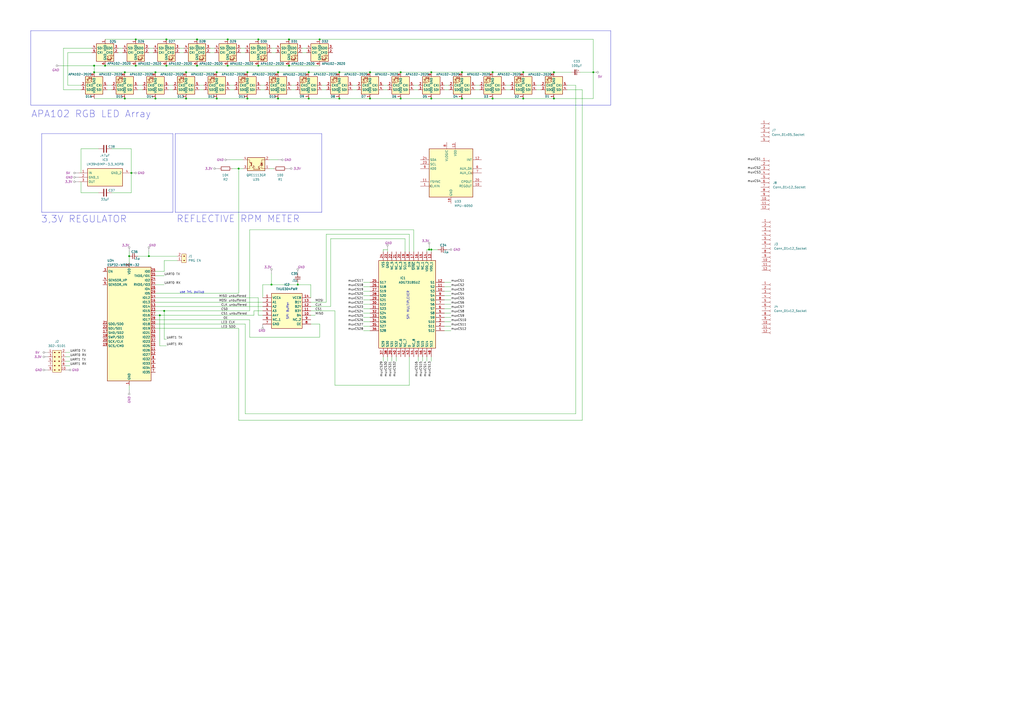
<source format=kicad_sch>
(kicad_sch (version 20230121) (generator eeschema)
  (paper "A2")
  (title_block (title "Rotor Platine") (date "2023-07-15"))
  (lib_symbols
    (symbol "ADG731BSUZ:ADG731BSUZ"
      (property "Reference" "IC" (at 39.37 15.24 0))
      (property "Value" "ADG731BSUZ" (at 39.37 12.7 0))
      (symbol "ADG731BSUZ_1_1"
        (pin passive line (at 0 0 0) (length 5.08) (name "S12") (number "1"))
        (pin passive line (at 0 -22.86 0) (length 5.08) (name "S3") (number "10"))
        (pin passive line (at 0 -25.4 0) (length 5.08) (name "S2") (number "11"))
        (pin passive line (at 0 -27.94 0) (length 5.08) (name "S1") (number "12"))
        (pin passive line (at 7.62 -45.72 90) (length 5.08) (name "VDD_1") (number "13"))
        (pin passive line (at 10.16 -45.72 90) (length 5.08) (name "VDD_2") (number "14"))
        (pin passive line (at 12.7 -45.72 90) (length 5.08) (name "NC_1") (number "15"))
        (pin passive line (at 15.24 -45.72 90) (length 5.08) (name "NC_2") (number "16"))
        (pin passive line (at 17.78 -45.72 90) (length 5.08) (name "~{SYNC}") (number "17"))
        (pin passive line (at 20.32 -45.72 90) (length 5.08) (name "DIN") (number "18"))
        (pin passive line (at 22.86 -45.72 90) (length 5.08) (name "SCLK") (number "19"))
        (pin passive line (at 0 -2.54 0) (length 5.08) (name "S11") (number "2"))
        (pin passive line (at 25.4 -45.72 90) (length 5.08) (name "NC_3") (number "20"))
        (pin passive line (at 27.94 -45.72 90) (length 5.08) (name "NC_4") (number "21"))
        (pin passive line (at 30.48 -45.72 90) (length 5.08) (name "NC_5") (number "22"))
        (pin passive line (at 33.02 -45.72 90) (length 5.08) (name "GND") (number "23"))
        (pin passive line (at 35.56 -45.72 90) (length 5.08) (name "VSS") (number "24"))
        (pin passive line (at 43.18 -27.94 180) (length 5.08) (name "S17") (number "25"))
        (pin passive line (at 43.18 -25.4 180) (length 5.08) (name "S18") (number "26"))
        (pin passive line (at 43.18 -22.86 180) (length 5.08) (name "S19") (number "27"))
        (pin passive line (at 43.18 -20.32 180) (length 5.08) (name "S20") (number "28"))
        (pin passive line (at 43.18 -17.78 180) (length 5.08) (name "S21") (number "29"))
        (pin passive line (at 0 -5.08 0) (length 5.08) (name "S10") (number "3"))
        (pin passive line (at 43.18 -15.24 180) (length 5.08) (name "S22") (number "30"))
        (pin passive line (at 43.18 -12.7 180) (length 5.08) (name "S23") (number "31"))
        (pin passive line (at 43.18 -10.16 180) (length 5.08) (name "S24") (number "32"))
        (pin passive line (at 43.18 -7.62 180) (length 5.08) (name "S25") (number "33"))
        (pin passive line (at 43.18 -5.08 180) (length 5.08) (name "S26") (number "34"))
        (pin passive line (at 43.18 -2.54 180) (length 5.08) (name "S27") (number "35"))
        (pin passive line (at 43.18 0 180) (length 5.08) (name "S28") (number "36"))
        (pin passive line (at 35.56 15.24 270) (length 5.08) (name "S29") (number "37"))
        (pin passive line (at 33.02 15.24 270) (length 5.08) (name "S30") (number "38"))
        (pin passive line (at 30.48 15.24 270) (length 5.08) (name "S31") (number "39"))
        (pin passive line (at 0 -7.62 0) (length 5.08) (name "S9") (number "4"))
        (pin passive line (at 27.94 15.24 270) (length 5.08) (name "S32") (number "40"))
        (pin passive line (at 25.4 15.24 270) (length 5.08) (name "NC_6") (number "41"))
        (pin passive line (at 22.86 15.24 270) (length 5.08) (name "NC_7") (number "42"))
        (pin passive line (at 20.32 15.24 270) (length 5.08) (name "D") (number "43"))
        (pin passive line (at 17.78 15.24 270) (length 5.08) (name "NC_8") (number "44"))
        (pin passive line (at 15.24 15.24 270) (length 5.08) (name "S16") (number "45"))
        (pin passive line (at 12.7 15.24 270) (length 5.08) (name "S15") (number "46"))
        (pin passive line (at 10.16 15.24 270) (length 5.08) (name "S14") (number "47"))
        (pin passive line (at 7.62 15.24 270) (length 5.08) (name "S13") (number "48"))
        (pin passive line (at 0 -10.16 0) (length 5.08) (name "S8") (number "5"))
        (pin passive line (at 0 -12.7 0) (length 5.08) (name "S7") (number "6"))
        (pin passive line (at 0 -15.24 0) (length 5.08) (name "S6") (number "7"))
        (pin passive line (at 0 -17.78 0) (length 5.08) (name "S5") (number "8"))
        (pin passive line (at 0 -20.32 0) (length 5.08) (name "S4") (number "9"))
      )
    )
    (symbol "Device:C" (pin_numbers hide) (pin_names (offset 0.254))
      (property "Reference" "C" (at 0.635 2.54 0))
      (property "Value" "C" (at 0.635 -2.54 0))
      (symbol "C_1_1"
        (pin passive line (at 0 3.81 270) (length 2.794) (name "~") (number "1"))
        (pin passive line (at 0 -3.81 90) (length 2.794) (name "~") (number "2"))
      )
    )
    (symbol "Device:C_Polarized_Small" (pin_numbers hide) (pin_names (offset 0.254) hide)
      (property "Reference" "C" (at 0.254 1.778 0))
      (property "Value" "C_Polarized_Small" (at 0.254 -2.032 0))
      (symbol "C_Polarized_Small_1_1"
        (pin passive line (at 0 2.54 270) (length 1.8542) (name "~") (number "1"))
        (pin passive line (at 0 -2.54 90) (length 1.8542) (name "~") (number "2"))
      )
    )
    (symbol "Device:C_Small" (pin_numbers hide) (pin_names (offset 0.254) hide)
      (property "Reference" "C" (at 0.254 1.778 0))
      (property "Value" "C_Small" (at 0.254 -2.032 0))
      (symbol "C_Small_1_1"
        (pin passive line (at 0 2.54 270) (length 2.032) (name "~") (number "1"))
        (pin passive line (at 0 -2.54 90) (length 2.032) (name "~") (number "2"))
      )
    )
    (symbol "Device:R" (pin_numbers hide) (pin_names (offset 0))
      (property "Reference" "R" (at 2.032 0 90))
      (property "Value" "R" (at 0 0 90))
      (symbol "R_1_1"
        (pin passive line (at 0 3.81 270) (length 1.27) (name "~") (number "1"))
        (pin passive line (at 0 -3.81 90) (length 1.27) (name "~") (number "2"))
      )
    )
    (symbol "LED:APA102-2020"
      (property "Reference" "D" (at 5.08 5.715 0))
      (property "Value" "APA102-2020" (at 1.27 -5.715 0))
      (symbol "APA102-2020_0_0"
        (text "RGB" (at 2.286 -4.191 0) (effects (font (size 0.762 0.762))))
      )
      (symbol "APA102-2020_1_1"
        (pin power_in line (at 0 7.62 270) (length 2.54) (name "VDD") (number "1"))
        (pin output line (at 7.62 0 180) (length 2.54) (name "CKO") (number "2"))
        (pin output line (at 7.62 2.54 180) (length 2.54) (name "SDO") (number "3"))
        (pin input line (at -7.62 2.54 0) (length 2.54) (name "SDI") (number "4"))
        (pin input line (at -7.62 0 0) (length 2.54) (name "CKI") (number "5"))
        (pin power_in line (at 0 -7.62 90) (length 2.54) (name "GND") (number "6"))
      )
    )
    (symbol "LM3940IMP-3_3_NOPB:LM3940IMP-3.3_NOPB"
      (property "Reference" "IC" (at 26.67 7.62 0))
      (property "Value" "LM3940IMP-3.3_NOPB" (at 26.67 5.08 0))
      (symbol "LM3940IMP-3.3_NOPB_1_1"
        (pin passive line (at 0 0 0) (length 5.08) (name "IN") (number "1"))
        (pin passive line (at 0 -2.54 0) (length 5.08) (name "GND_1") (number "2"))
        (pin passive line (at 0 -5.08 0) (length 5.08) (name "OUT") (number "3"))
        (pin passive line (at 30.48 0 180) (length 5.08) (name "GND_2") (number "4"))
      )
    )
    (symbol "Own_Symbols:Hirose_MDF7-05S-2.54DSA(55)" (pin_names (offset 1.016) hide)
      (property "Reference" "J" (at 0 7.62 0))
      (property "Value" "Conn_01x05_Socket" (at 0 -7.62 0))
      (symbol "Hirose_MDF7-05S-2.54DSA(55)_1_1"
        (pin passive line (at -5.08 5.08 0) (length 3.81) (name "Pin_1") (number "1"))
        (pin passive line (at -5.08 2.54 0) (length 3.81) (name "Pin_2") (number "2"))
        (pin passive line (at -5.08 0 0) (length 3.81) (name "Pin_3") (number "3"))
        (pin passive line (at -5.08 -2.54 0) (length 3.81) (name "Pin_4") (number "4"))
        (pin passive line (at -5.08 -5.08 0) (length 3.81) (name "Pin_5") (number "5"))
      )
    )
    (symbol "Own_Symbols:Hirose_MDF7-12S-2.54DSA(55)" (pin_names (offset 1.016) hide)
      (property "Reference" "J" (at 0 15.24 0))
      (property "Value" "Conn_01x12_Socket" (at 0 -17.78 0))
      (symbol "Hirose_MDF7-12S-2.54DSA(55)_1_1"
        (pin passive line (at -5.08 12.7 0) (length 3.81) (name "Pin_1") (number "1"))
        (pin passive line (at -5.08 -10.16 0) (length 3.81) (name "Pin_10") (number "10"))
        (pin passive line (at -5.08 -12.7 0) (length 3.81) (name "Pin_11") (number "11"))
        (pin passive line (at -5.08 -15.24 0) (length 3.81) (name "Pin_12") (number "12"))
        (pin passive line (at -5.08 10.16 0) (length 3.81) (name "Pin_2") (number "2"))
        (pin passive line (at -5.08 7.62 0) (length 3.81) (name "Pin_3") (number "3"))
        (pin passive line (at -5.08 5.08 0) (length 3.81) (name "Pin_4") (number "4"))
        (pin passive line (at -5.08 2.54 0) (length 3.81) (name "Pin_5") (number "5"))
        (pin passive line (at -5.08 0 0) (length 3.81) (name "Pin_6") (number "6"))
        (pin passive line (at -5.08 -2.54 0) (length 3.81) (name "Pin_7") (number "7"))
        (pin passive line (at -5.08 -5.08 0) (length 3.81) (name "Pin_8") (number "8"))
        (pin passive line (at -5.08 -7.62 0) (length 3.81) (name "Pin_9") (number "9"))
      )
    )
    (symbol "RF_Module:ESP32-WROOM-32"
      (property "Reference" "U" (at -12.7 34.29 0))
      (property "Value" "ESP32-WROOM-32" (at 1.27 34.29 0))
      (symbol "ESP32-WROOM-32_1_1"
        (pin power_in line (at 0 -35.56 90) (length 2.54) (name "GND") (number "1"))
        (pin bidirectional line (at 15.24 -12.7 180) (length 2.54) (name "IO25") (number "10"))
        (pin bidirectional line (at 15.24 -15.24 180) (length 2.54) (name "IO26") (number "11"))
        (pin bidirectional line (at 15.24 -17.78 180) (length 2.54) (name "IO27") (number "12"))
        (pin bidirectional line (at 15.24 10.16 180) (length 2.54) (name "IO14") (number "13"))
        (pin bidirectional line (at 15.24 15.24 180) (length 2.54) (name "IO12") (number "14"))
        (pin passive line (at 0 -35.56 90) (length 2.54) hide (name "GND") (number "15"))
        (pin bidirectional line (at 15.24 12.7 180) (length 2.54) (name "IO13") (number "16"))
        (pin bidirectional line (at -15.24 -5.08 0) (length 2.54) (name "SHD/SD2") (number "17"))
        (pin bidirectional line (at -15.24 -7.62 0) (length 2.54) (name "SWP/SD3") (number "18"))
        (pin bidirectional line (at -15.24 -12.7 0) (length 2.54) (name "SCS/CMD") (number "19"))
        (pin power_in line (at 0 35.56 270) (length 2.54) (name "VDD") (number "2"))
        (pin bidirectional line (at -15.24 -10.16 0) (length 2.54) (name "SCK/CLK") (number "20"))
        (pin bidirectional line (at -15.24 0 0) (length 2.54) (name "SDO/SD0") (number "21"))
        (pin bidirectional line (at -15.24 -2.54 0) (length 2.54) (name "SDI/SD1") (number "22"))
        (pin bidirectional line (at 15.24 7.62 180) (length 2.54) (name "IO15") (number "23"))
        (pin bidirectional line (at 15.24 25.4 180) (length 2.54) (name "IO2") (number "24"))
        (pin bidirectional line (at 15.24 30.48 180) (length 2.54) (name "IO0") (number "25"))
        (pin bidirectional line (at 15.24 20.32 180) (length 2.54) (name "IO4") (number "26"))
        (pin bidirectional line (at 15.24 5.08 180) (length 2.54) (name "IO16") (number "27"))
        (pin bidirectional line (at 15.24 2.54 180) (length 2.54) (name "IO17") (number "28"))
        (pin bidirectional line (at 15.24 17.78 180) (length 2.54) (name "IO5") (number "29"))
        (pin input line (at -15.24 30.48 0) (length 2.54) (name "EN") (number "3"))
        (pin bidirectional line (at 15.24 0 180) (length 2.54) (name "IO18") (number "30"))
        (pin bidirectional line (at 15.24 -2.54 180) (length 2.54) (name "IO19") (number "31"))
        (pin no_connect line (at -12.7 -27.94 0) (length 2.54) hide (name "NC") (number "32"))
        (pin bidirectional line (at 15.24 -5.08 180) (length 2.54) (name "IO21") (number "33"))
        (pin bidirectional line (at 15.24 22.86 180) (length 2.54) (name "RXD0/IO3") (number "34"))
        (pin bidirectional line (at 15.24 27.94 180) (length 2.54) (name "TXD0/IO1") (number "35"))
        (pin bidirectional line (at 15.24 -7.62 180) (length 2.54) (name "IO22") (number "36"))
        (pin bidirectional line (at 15.24 -10.16 180) (length 2.54) (name "IO23") (number "37"))
        (pin passive line (at 0 -35.56 90) (length 2.54) hide (name "GND") (number "38"))
        (pin passive line (at 0 -35.56 90) (length 2.54) hide (name "GND") (number "39"))
        (pin input line (at -15.24 25.4 0) (length 2.54) (name "SENSOR_VP") (number "4"))
        (pin input line (at -15.24 22.86 0) (length 2.54) (name "SENSOR_VN") (number "5"))
        (pin input line (at 15.24 -25.4 180) (length 2.54) (name "IO34") (number "6"))
        (pin input line (at 15.24 -27.94 180) (length 2.54) (name "IO35") (number "7"))
        (pin bidirectional line (at 15.24 -20.32 180) (length 2.54) (name "IO32") (number "8"))
        (pin bidirectional line (at 15.24 -22.86 180) (length 2.54) (name "IO33") (number "9"))
      )
    )
    (symbol "Sensor_Motion:MPU-6050"
      (property "Reference" "U" (at -11.43 13.97 0))
      (property "Value" "MPU-6050" (at 7.62 -15.24 0))
      (symbol "MPU-6050_0_0"
        (text "" (at 12.7 -2.54 0) (effects (font (size 1.27 1.27))))
      )
      (symbol "MPU-6050_1_1"
        (pin input clock (at -17.78 -7.62 0) (length 5.08) (name "CLKIN") (number "1"))
        (pin passive line (at 17.78 -7.62 180) (length 5.08) (name "REGOUT") (number "10"))
        (pin input line (at -17.78 -5.08 0) (length 5.08) (name "FSYNC") (number "11"))
        (pin output line (at 17.78 7.62 180) (length 5.08) (name "INT") (number "12"))
        (pin power_in line (at 2.54 17.78 270) (length 3.81) (name "VDD") (number "13"))
        (pin no_connect line (at -12.7 -10.16 0) (length 2.54) hide (name "NC") (number "14"))
        (pin no_connect line (at 12.7 12.7 180) (length 2.54) hide (name "NC") (number "15"))
        (pin no_connect line (at 12.7 10.16 180) (length 2.54) hide (name "NC") (number "16"))
        (pin no_connect line (at 12.7 5.08 180) (length 2.54) hide (name "NC") (number "17"))
        (pin power_in line (at 0 -17.78 90) (length 3.81) (name "GND") (number "18"))
        (pin no_connect line (at 12.7 -10.16 180) (length 2.54) hide (name "RESV") (number "19"))
        (pin no_connect line (at -12.7 12.7 0) (length 2.54) hide (name "NC") (number "2"))
        (pin passive line (at 17.78 -5.08 180) (length 5.08) (name "CPOUT") (number "20"))
        (pin no_connect line (at 12.7 -2.54 180) (length 2.54) hide (name "RESV") (number "21"))
        (pin no_connect line (at 12.7 -12.7 180) (length 2.54) hide (name "RESV") (number "22"))
        (pin input line (at -17.78 5.08 0) (length 5.08) (name "SCL") (number "23"))
        (pin bidirectional line (at -17.78 7.62 0) (length 5.08) (name "SDA") (number "24"))
        (pin no_connect line (at -12.7 10.16 0) (length 2.54) hide (name "NC") (number "3"))
        (pin no_connect line (at -12.7 0 0) (length 2.54) hide (name "NC") (number "4"))
        (pin no_connect line (at -12.7 -2.54 0) (length 2.54) hide (name "NC") (number "5"))
        (pin bidirectional line (at 17.78 2.54 180) (length 5.08) (name "AUX_DA") (number "6"))
        (pin output clock (at 17.78 0 180) (length 5.08) (name "AUX_CL") (number "7"))
        (pin power_in line (at -2.54 17.78 270) (length 3.81) (name "VLOGIC") (number "8"))
        (pin input line (at -17.78 2.54 0) (length 5.08) (name "AD0") (number "9"))
      )
    )
    (symbol "Sensor_Proximity:QRE1113GR" (pin_names (offset 0.0254) hide)
      (property "Reference" "U" (at -3.81 5.08 0))
      (property "Value" "QRE1113GR" (at 11.43 5.08 0))
      (symbol "QRE1113GR_1_1"
        (pin passive line (at -7.62 2.54 0) (length 2.54) (name "A") (number "1"))
        (pin passive line (at -7.62 -2.54 0) (length 2.54) (name "K") (number "2"))
        (pin open_collector line (at 7.62 2.54 180) (length 2.54) (name "~") (number "3"))
        (pin open_emitter line (at 7.62 -2.54 180) (length 2.54) (name "~") (number "4"))
      )
    )
    (symbol "TXU0304PWR:TXU0304PWR"
      (property "Reference" "IC" (at 24.13 7.62 0))
      (property "Value" "TXU0304PWR" (at 24.13 5.08 0))
      (symbol "TXU0304PWR_1_1"
        (pin passive line (at 0 0 0) (length 5.08) (name "VCCA") (number "1"))
        (pin passive line (at 27.94 -10.16 180) (length 5.08) (name "B4") (number "10"))
        (pin passive line (at 27.94 -7.62 180) (length 5.08) (name "B3Y") (number "11"))
        (pin passive line (at 27.94 -5.08 180) (length 5.08) (name "B2Y") (number "12"))
        (pin passive line (at 27.94 -2.54 180) (length 5.08) (name "B1Y") (number "13"))
        (pin passive line (at 27.94 0 180) (length 5.08) (name "VCCB") (number "14"))
        (pin passive line (at 0 -2.54 0) (length 5.08) (name "A1") (number "2"))
        (pin passive line (at 0 -5.08 0) (length 5.08) (name "A2") (number "3"))
        (pin passive line (at 0 -7.62 0) (length 5.08) (name "A3") (number "4"))
        (pin passive line (at 0 -10.16 0) (length 5.08) (name "A4Y") (number "5"))
        (pin passive line (at 0 -12.7 0) (length 5.08) (name "NC_1") (number "6"))
        (pin passive line (at 0 -15.24 0) (length 5.08) (name "GND") (number "7"))
        (pin passive line (at 27.94 -15.24 180) (length 5.08) (name "OE") (number "8"))
        (pin passive line (at 27.94 -12.7 180) (length 5.08) (name "NC_2") (number "9"))
      )
    )
    (symbol "dk_Rectangular-Connectors-Headers-Male-Pins:22-23-2021" (pin_names (offset 1.016))
      (property "Reference" "J" (at -2.54 1.27 0))
      (property "Value" "22-23-2021" (at 1.27 -3.81 0))
      (symbol "22-23-2021_1_1"
        (pin passive line (at 0 2.54 270) (length 2.54) (name "~") (number "1"))
        (pin passive line (at 2.54 2.54 270) (length 2.54) (name "~") (number "2"))
      )
    )
    (symbol "dk_Rectangular-Connectors-Headers-Male-Pins:302-S101" (pin_names (offset 1.016))
      (property "Reference" "J" (at -2.54 7.62 0))
      (property "Value" "302-S101" (at 0 -7.62 0))
      (symbol "302-S101_1_1"
        (pin passive line (at -5.08 5.08 0) (length 2.54) (name "~") (number "1"))
        (pin passive line (at 5.08 -5.08 180) (length 2.54) (name "~") (number "10"))
        (pin passive line (at 5.08 5.08 180) (length 2.54) (name "~") (number "2"))
        (pin passive line (at -5.08 2.54 0) (length 2.54) (name "~") (number "3"))
        (pin passive line (at 5.08 2.54 180) (length 2.54) (name "~") (number "4"))
        (pin passive line (at -5.08 0 0) (length 2.54) (name "~") (number "5"))
        (pin passive line (at 5.08 0 180) (length 2.54) (name "~") (number "6"))
        (pin passive line (at -5.08 -2.54 0) (length 2.54) (name "~") (number "7"))
        (pin passive line (at 5.08 -2.54 180) (length 2.54) (name "~") (number "8"))
        (pin passive line (at -5.08 -5.08 0) (length 2.54) (name "~") (number "9"))
      )
    )
  )
  (junction (at 78.74 22.86))
  (junction (at 214.63 57.15))
  (junction (at 114.3 22.86))
  (junction (at 196.85 41.91))
  (junction (at 54.61 41.91))
  (junction (at 179.07 57.15))
  (junction (at 60.96 38.1))
  (junction (at 232.41 57.15))
  (junction (at 90.17 41.91))
  (junction (at 232.41 41.91))
  (junction (at 157.48 165.1))
  (junction (at 132.08 38.1))
  (junction (at 250.19 41.91))
  (junction (at 78.74 38.1))
  (junction (at 92.71 182.88))
  (junction (at 167.64 22.86))
  (junction (at 172.72 165.1))
  (junction (at 72.39 41.91))
  (junction (at 267.97 57.15))
  (junction (at 107.95 57.15))
  (junction (at 114.3 38.1))
  (junction (at 74.93 148.59))
  (junction (at 303.53 41.91))
  (junction (at 161.29 57.15))
  (junction (at 143.51 57.15))
  (junction (at 321.31 41.91))
  (junction (at 96.52 22.86))
  (junction (at 344.17 41.91))
  (junction (at 107.95 41.91))
  (junction (at 179.07 41.91))
  (junction (at 86.36 148.59))
  (junction (at 267.97 41.91))
  (junction (at 125.73 57.15))
  (junction (at 90.17 57.15))
  (junction (at 303.53 57.15))
  (junction (at 214.63 41.91))
  (junction (at 72.39 57.15))
  (junction (at 248.92 144.78))
  (junction (at 196.85 57.15))
  (junction (at 132.08 22.86))
  (junction (at 96.52 38.1))
  (junction (at 250.19 57.15))
  (junction (at 321.31 57.15))
  (junction (at 161.29 41.91))
  (junction (at 185.42 22.86))
  (junction (at 143.51 41.91))
  (junction (at 95.25 180.34))
  (junction (at 149.86 38.1))
  (junction (at 125.73 41.91))
  (junction (at 250.19 144.78))
  (junction (at 149.86 22.86))
  (junction (at 167.64 38.1))
  (junction (at 285.75 41.91))
  (junction (at 54.61 38.1))
  (junction (at 76.2 100.33))
  (junction (at 285.75 57.15))
  (junction (at 138.43 97.79))
  (wire (pts (xy 147.32 180.34) (xy 152.4 180.34)))
  (wire (pts (xy 138.43 190.5) (xy 138.43 243.84)))
  (wire (pts (xy 257.81 186.69) (xy 261.62 186.69)))
  (wire (pts (xy 80.01 148.59) (xy 86.36 148.59)))
  (wire (pts (xy 196.85 57.15) (xy 179.07 57.15)))
  (wire (pts (xy 180.34 187.96) (xy 185.42 187.96)))
  (wire (pts (xy 257.81 179.07) (xy 261.62 179.07)))
  (wire (pts (xy 210.82 166.37) (xy 214.63 166.37)))
  (wire (pts (xy 144.78 195.58) (xy 144.78 185.42)))
  (wire (pts (xy 38.1 209.55) (xy 40.64 209.55)))
  (wire (pts (xy 95.25 180.34) (xy 144.78 180.34)))
  (wire (pts (xy 147.32 182.88) (xy 147.32 180.34)))
  (wire (pts (xy 149.86 22.86) (xy 132.08 22.86)))
  (wire (pts (xy 125.73 41.91) (xy 107.95 41.91)))
  (wire (pts (xy 237.49 135.89) (xy 189.23 135.89)))
  (wire (pts (xy 222.25 144.78) (xy 222.25 146.05)))
  (wire (pts (xy 90.17 57.15) (xy 72.39 57.15)))
  (wire (pts (xy 46.99 49.53) (xy 39.37 49.53)))
  (wire (pts (xy 260.35 49.53) (xy 257.81 49.53)))
  (wire (pts (xy 344.17 57.15) (xy 344.17 41.91)))
  (wire (pts (xy 38.1 207.01) (xy 40.64 207.01)))
  (wire (pts (xy 303.53 57.15) (xy 285.75 57.15)))
  (wire (pts (xy 60.96 38.1) (xy 78.74 38.1)))
  (wire (pts (xy 90.17 175.26) (xy 152.4 175.26)))
  (wire (pts (xy 152.4 182.88) (xy 149.86 182.88)))
  (wire (pts (xy 132.08 38.1) (xy 114.3 38.1)))
  (wire (pts (xy 321.31 41.91) (xy 303.53 41.91)))
  (wire (pts (xy 179.07 57.15) (xy 161.29 57.15)))
  (wire (pts (xy 337.82 243.84) (xy 138.43 243.84)))
  (wire (pts (xy 124.46 27.94) (xy 121.92 27.94)))
  (wire (pts (xy 36.83 52.07) (xy 36.83 27.94)))
  (wire (pts (xy 185.42 195.58) (xy 144.78 195.58)))
  (wire (pts (xy 114.3 22.86) (xy 96.52 22.86)))
  (wire (pts (xy 142.24 240.03) (xy 334.01 240.03)))
  (wire (pts (xy 106.68 30.48) (xy 104.14 30.48)))
  (wire (pts (xy 257.81 176.53) (xy 261.62 176.53)))
  (wire (pts (xy 250.19 144.78) (xy 250.19 146.05)))
  (wire (pts (xy 90.17 187.96) (xy 142.24 187.96)))
  (wire (pts (xy 74.93 148.59) (xy 74.93 152.4)))
  (wire (pts (xy 167.64 22.86) (xy 149.86 22.86)))
  (wire (pts (xy 82.55 49.53) (xy 80.01 49.53)))
  (wire (pts (xy 257.81 166.37) (xy 261.62 166.37)))
  (wire (pts (xy 76.2 86.36) (xy 76.2 100.33)))
  (wire (pts (xy 237.49 223.52) (xy 237.49 207.01)))
  (wire (pts (xy 95.25 157.48) (xy 90.17 157.48)))
  (wire (pts (xy 247.65 207.01) (xy 247.65 209.55)))
  (wire (pts (xy 46.99 111.76) (xy 57.15 111.76)))
  (wire (pts (xy 74.93 223.52) (xy 74.93 226.06)))
  (wire (pts (xy 267.97 41.91) (xy 250.19 41.91)))
  (wire (pts (xy 267.97 57.15) (xy 250.19 57.15)))
  (wire (pts (xy 336.55 41.91) (xy 344.17 41.91)))
  (wire (pts (xy 100.33 52.07) (xy 97.79 52.07)))
  (wire (pts (xy 142.24 27.94) (xy 139.7 27.94)))
  (wire (pts (xy 167.64 38.1) (xy 149.86 38.1)))
  (wire (pts (xy 160.02 30.48) (xy 157.48 30.48)))
  (wire (pts (xy 344.17 41.91) (xy 344.17 22.86)))
  (wire (pts (xy 64.77 111.76) (xy 76.2 111.76)))
  (wire (pts (xy 247.65 144.78) (xy 247.65 146.05)))
  (wire (pts (xy 234.95 138.43) (xy 234.95 146.05)))
  (wire (pts (xy 240.03 133.35) (xy 240.03 146.05)))
  (wire (pts (xy 237.49 146.05) (xy 237.49 135.89)))
  (wire (pts (xy 321.31 57.15) (xy 303.53 57.15)))
  (wire (pts (xy 189.23 52.07) (xy 186.69 52.07)))
  (wire (pts (xy 257.81 191.77) (xy 261.62 191.77)))
  (wire (pts (xy 86.36 148.59) (xy 102.87 148.59)))
  (wire (pts (xy 180.34 182.88) (xy 182.88 182.88)))
  (wire (pts (xy 90.17 170.18) (xy 138.43 170.18)))
  (wire (pts (xy 210.82 189.23) (xy 214.63 189.23)))
  (wire (pts (xy 177.8 27.94) (xy 175.26 27.94)))
  (wire (pts (xy 46.99 100.33) (xy 46.99 86.36)))
  (wire (pts (xy 96.52 200.66) (xy 92.71 200.66)))
  (wire (pts (xy 158.75 97.79) (xy 156.21 97.79)))
  (wire (pts (xy 106.68 27.94) (xy 104.14 27.94)))
  (wire (pts (xy 250.19 57.15) (xy 232.41 57.15)))
  (wire (pts (xy 222.25 207.01) (xy 222.25 209.55)))
  (wire (pts (xy 138.43 97.79) (xy 138.43 170.18)))
  (wire (pts (xy 88.9 27.94) (xy 86.36 27.94)))
  (wire (pts (xy 247.65 144.78) (xy 248.92 144.78)))
  (wire (pts (xy 140.97 92.71) (xy 133.35 92.71)))
  (wire (pts (xy 160.02 27.94) (xy 157.48 27.94)))
  (wire (pts (xy 196.85 41.91) (xy 179.07 41.91)))
  (wire (pts (xy 210.82 179.07) (xy 214.63 179.07)))
  (wire (pts (xy 185.42 187.96) (xy 185.42 195.58)))
  (wire (pts (xy 143.51 57.15) (xy 125.73 57.15)))
  (wire (pts (xy 179.07 41.91) (xy 161.29 41.91)))
  (wire (pts (xy 185.42 22.86) (xy 167.64 22.86)))
  (wire (pts (xy 295.91 49.53) (xy 293.37 49.53)))
  (wire (pts (xy 171.45 49.53) (xy 168.91 49.53)))
  (wire (pts (xy 54.61 38.1) (xy 54.61 41.91)))
  (wire (pts (xy 250.19 207.01) (xy 250.19 209.55)))
  (wire (pts (xy 232.41 57.15) (xy 214.63 57.15)))
  (wire (pts (xy 38.1 212.09) (xy 40.64 212.09)))
  (wire (pts (xy 210.82 191.77) (xy 214.63 191.77)))
  (wire (pts (xy 257.81 163.83) (xy 261.62 163.83)))
  (wire (pts (xy 180.34 177.8) (xy 191.77 177.8)))
  (wire (pts (xy 90.17 160.02) (xy 95.25 160.02)))
  (wire (pts (xy 125.73 57.15) (xy 107.95 57.15)))
  (wire (pts (xy 157.48 165.1) (xy 172.72 165.1)))
  (wire (pts (xy 232.41 41.91) (xy 214.63 41.91)))
  (wire (pts (xy 96.52 22.86) (xy 78.74 22.86)))
  (wire (pts (xy 185.42 38.1) (xy 167.64 38.1)))
  (wire (pts (xy 64.77 49.53) (xy 62.23 49.53)))
  (wire (pts (xy 138.43 97.79) (xy 140.97 97.79)))
  (wire (pts (xy 344.17 22.86) (xy 185.42 22.86)))
  (wire (pts (xy 46.99 86.36) (xy 57.15 86.36)))
  (wire (pts (xy 161.29 92.71) (xy 156.21 92.71)))
  (wire (pts (xy 207.01 52.07) (xy 204.47 52.07)))
  (wire (pts (xy 46.99 52.07) (xy 36.83 52.07)))
  (wire (pts (xy 172.72 165.1) (xy 180.34 165.1)))
  (wire (pts (xy 90.17 165.1) (xy 95.25 165.1)))
  (wire (pts (xy 257.81 181.61) (xy 261.62 181.61)))
  (wire (pts (xy 86.36 146.05) (xy 86.36 148.59)))
  (wire (pts (xy 278.13 52.07) (xy 275.59 52.07)))
  (wire (pts (xy 88.9 30.48) (xy 86.36 30.48)))
  (wire (pts (xy 189.23 49.53) (xy 186.69 49.53)))
  (wire (pts (xy 278.13 49.53) (xy 275.59 49.53)))
  (wire (pts (xy 142.24 30.48) (xy 139.7 30.48)))
  (wire (pts (xy 214.63 57.15) (xy 196.85 57.15)))
  (wire (pts (xy 210.82 173.99) (xy 214.63 173.99)))
  (wire (pts (xy 90.17 190.5) (xy 138.43 190.5)))
  (wire (pts (xy 161.29 41.91) (xy 143.51 41.91)))
  (wire (pts (xy 328.93 52.07) (xy 337.82 52.07)))
  (wire (pts (xy 210.82 181.61) (xy 214.63 181.61)))
  (wire (pts (xy 118.11 52.07) (xy 115.57 52.07)))
  (wire (pts (xy 180.34 175.26) (xy 189.23 175.26)))
  (wire (pts (xy 227.33 207.01) (xy 227.33 209.55)))
  (wire (pts (xy 250.19 144.78) (xy 254 144.78)))
  (wire (pts (xy 214.63 41.91) (xy 196.85 41.91)))
  (wire (pts (xy 95.25 151.13) (xy 102.87 151.13)))
  (wire (pts (xy 135.89 52.07) (xy 133.35 52.07)))
  (wire (pts (xy 76.2 111.76) (xy 76.2 100.33)))
  (wire (pts (xy 78.74 22.86) (xy 60.96 22.86)))
  (wire (pts (xy 257.81 173.99) (xy 261.62 173.99)))
  (wire (pts (xy 149.86 182.88) (xy 149.86 172.72)))
  (wire (pts (xy 72.39 41.91) (xy 54.61 41.91)))
  (wire (pts (xy 194.31 223.52) (xy 237.49 223.52)))
  (wire (pts (xy 180.34 180.34) (xy 194.31 180.34)))
  (wire (pts (xy 303.53 41.91) (xy 285.75 41.91)))
  (wire (pts (xy 96.52 38.1) (xy 78.74 38.1)))
  (wire (pts (xy 248.92 143.51) (xy 248.92 144.78)))
  (wire (pts (xy 177.8 30.48) (xy 175.26 30.48)))
  (wire (pts (xy 64.77 86.36) (xy 76.2 86.36)))
  (wire (pts (xy 191.77 177.8) (xy 191.77 138.43)))
  (wire (pts (xy 210.82 186.69) (xy 214.63 186.69)))
  (wire (pts (xy 257.81 168.91) (xy 261.62 168.91)))
  (wire (pts (xy 313.69 52.07) (xy 311.15 52.07)))
  (wire (pts (xy 180.34 172.72) (xy 180.34 165.1)))
  (wire (pts (xy 142.24 187.96) (xy 142.24 240.03)))
  (wire (pts (xy 224.79 52.07) (xy 222.25 52.07)))
  (wire (pts (xy 161.29 57.15) (xy 143.51 57.15)))
  (wire (pts (xy 54.61 38.1) (xy 60.96 38.1)))
  (wire (pts (xy 71.12 27.94) (xy 68.58 27.94)))
  (wire (pts (xy 210.82 163.83) (xy 214.63 163.83)))
  (wire (pts (xy 152.4 165.1) (xy 152.4 172.72)))
  (wire (pts (xy 334.01 49.53) (xy 328.93 49.53)))
  (wire (pts (xy 260.35 52.07) (xy 257.81 52.07)))
  (wire (pts (xy 313.69 49.53) (xy 311.15 49.53)))
  (wire (pts (xy 143.51 41.91) (xy 125.73 41.91)))
  (wire (pts (xy 92.71 182.88) (xy 147.32 182.88)))
  (wire (pts (xy 82.55 52.07) (xy 80.01 52.07)))
  (wire (pts (xy 210.82 176.53) (xy 214.63 176.53)))
  (wire (pts (xy 224.79 207.01) (xy 224.79 209.55)))
  (wire (pts (xy 248.92 144.78) (xy 250.19 144.78)))
  (wire (pts (xy 224.79 49.53) (xy 222.25 49.53)))
  (wire (pts (xy 90.17 172.72) (xy 149.86 172.72)))
  (wire (pts (xy 90.17 41.91) (xy 72.39 41.91)))
  (wire (pts (xy 334.01 49.53) (xy 334.01 240.03)))
  (wire (pts (xy 257.81 189.23) (xy 261.62 189.23)))
  (wire (pts (xy 100.33 49.53) (xy 97.79 49.53)))
  (wire (pts (xy 95.25 151.13) (xy 95.25 157.48)))
  (wire (pts (xy 157.48 158.75) (xy 157.48 165.1)))
  (wire (pts (xy 124.46 30.48) (xy 121.92 30.48)))
  (wire (pts (xy 135.89 49.53) (xy 133.35 49.53)))
  (wire (pts (xy 257.81 171.45) (xy 261.62 171.45)))
  (wire (pts (xy 229.87 207.01) (xy 229.87 209.55)))
  (wire (pts (xy 92.71 200.66) (xy 92.71 182.88)))
  (wire (pts (xy 153.67 52.07) (xy 151.13 52.07)))
  (wire (pts (xy 285.75 41.91) (xy 267.97 41.91)))
  (wire (pts (xy 224.79 144.78) (xy 224.79 146.05)))
  (wire (pts (xy 245.11 207.01) (xy 245.11 209.55)))
  (wire (pts (xy 321.31 57.15) (xy 344.17 57.15)))
  (wire (pts (xy 54.61 38.1) (xy 35.56 38.1)))
  (wire (pts (xy 38.1 204.47) (xy 40.64 204.47)))
  (wire (pts (xy 36.83 27.94) (xy 53.34 27.94)))
  (wire (pts (xy 90.17 180.34) (xy 95.25 180.34)))
  (wire (pts (xy 132.08 22.86) (xy 114.3 22.86)))
  (wire (pts (xy 72.39 57.15) (xy 54.61 57.15)))
  (wire (pts (xy 222.25 144.78) (xy 224.79 144.78)))
  (wire (pts (xy 71.12 30.48) (xy 68.58 30.48)))
  (wire (pts (xy 242.57 49.53) (xy 240.03 49.53)))
  (wire (pts (xy 152.4 165.1) (xy 157.48 165.1)))
  (wire (pts (xy 250.19 41.91) (xy 232.41 41.91)))
  (wire (pts (xy 107.95 41.91) (xy 90.17 41.91)))
  (wire (pts (xy 74.93 146.05) (xy 74.93 148.59)))
  (wire (pts (xy 172.72 165.1) (xy 172.72 163.83)))
  (wire (pts (xy 285.75 57.15) (xy 267.97 57.15)))
  (wire (pts (xy 242.57 207.01) (xy 242.57 209.55)))
  (wire (pts (xy 90.17 185.42) (xy 144.78 185.42)))
  (wire (pts (xy 144.78 180.34) (xy 144.78 133.35)))
  (wire (pts (xy 39.37 30.48) (xy 53.34 30.48)))
  (wire (pts (xy 207.01 49.53) (xy 204.47 49.53)))
  (wire (pts (xy 144.78 133.35) (xy 240.03 133.35)))
  (wire (pts (xy 90.17 177.8) (xy 152.4 177.8)))
  (wire (pts (xy 194.31 180.34) (xy 194.31 223.52)))
  (wire (pts (xy 171.45 52.07) (xy 168.91 52.07)))
  (wire (pts (xy 295.91 52.07) (xy 293.37 52.07)))
  (wire (pts (xy 210.82 168.91) (xy 214.63 168.91)))
  (wire (pts (xy 210.82 171.45) (xy 214.63 171.45)))
  (wire (pts (xy 242.57 52.07) (xy 240.03 52.07)))
  (wire (pts (xy 337.82 52.07) (xy 337.82 243.84)))
  (wire (pts (xy 210.82 184.15) (xy 214.63 184.15)))
  (wire (pts (xy 191.77 138.43) (xy 234.95 138.43)))
  (wire (pts (xy 46.99 105.41) (xy 46.99 111.76)))
  (wire (pts (xy 189.23 135.89) (xy 189.23 175.26)))
  (wire (pts (xy 114.3 38.1) (xy 96.52 38.1)))
  (wire (pts (xy 134.62 97.79) (xy 138.43 97.79)))
  (wire (pts (xy 149.86 38.1) (xy 132.08 38.1)))
  (wire (pts (xy 64.77 52.07) (xy 62.23 52.07)))
  (wire (pts (xy 107.95 57.15) (xy 90.17 57.15)))
  (wire (pts (xy 257.81 184.15) (xy 261.62 184.15)))
  (wire (pts (xy 96.52 196.85) (xy 95.25 196.85)))
  (wire (pts (xy 153.67 49.53) (xy 151.13 49.53)))
  (wire (pts (xy 90.17 182.88) (xy 92.71 182.88)))
  (wire (pts (xy 95.25 196.85) (xy 95.25 180.34)))
  (wire (pts (xy 321.31 41.91) (xy 331.47 41.91)))
  (wire (pts (xy 39.37 49.53) (xy 39.37 30.48)))
  (wire (pts (xy 118.11 49.53) (xy 115.57 49.53)))
  (rectangle (start 101.6 77.47) (end 186.69 123.19))
  (rectangle (start 24.13 77.47) (end 100.33 123.19))
  (rectangle (start 17.78 17.78) (end 354.33 60.96))
  (text "SPI MULTIPLEXER\n" (at 237.49 185.42 90) (effects (font (size 1.27 1.27)) (justify left bottom)))
  (text "REFLECTIVE RPM METER\n\n" (at 173.99 135.89 0) (effects (font (size 4 4)) (justify right bottom)))
  (text "APA102 RGB LED Array\n" (at 87.63 68.58 0) (effects (font (size 4 4)) (justify right bottom)))
  (text "use int. pullup" (at 104.14 170.18 0) (effects (font (size 1.27 1.27)) (justify left bottom)))
  (text "3,3V REGULATOR\n" (at 73.66 129.54 0) (effects (font (size 4 4)) (justify right bottom)))
  (text "SPI Buffer" (at 167.64 185.42 90) (effects (font (size 1.27 1.27)) (justify left bottom)))
  (label "muxCS2" (at 441.325 98.425 180))
  (label "muxCS28" (at 210.82 191.77 180))
  (label "muxCS32" (at 229.87 209.55 270))
  (label "muxCS26" (at 210.82 186.69 180))
  (label "muxCS25" (at 210.82 184.15 180))
  (label "CS0" (at 128.27 180.34 0))
  (label "muxCS27" (at 210.82 189.23 180))
  (label "muxCS31" (at 227.33 209.55 270))
  (label "muxCS30" (at 224.79 209.55 270))
  (label "muxCS20" (at 210.82 171.45 180))
  (label "MOSI unbuffered" (at 127 175.26 0))
  (label "MOSI" (at 182.88 175.26 0))
  (label "LED CLK" (at 128.27 187.96 0))
  (label "OE" (at 129.54 185.42 0))
  (label "UART0 RX" (at 95.25 165.1 0))
  (label "UART0 TX" (at 40.64 204.47 0))
  (label "muxCS2" (at 261.62 166.37 0))
  (label "muxCS8" (at 261.62 181.61 0))
  (label "MISO unbuffered" (at 127 172.72 0))
  (label "UART1 TX" (at 96.52 196.85 0))
  (label "UART1 RX" (at 96.52 200.66 0))
  (label "muxCS11" (at 261.62 189.23 0))
  (label "CLK unbuffered" (at 128.27 177.8 0))
  (label "muxCS1" (at 261.62 163.83 0))
  (label "UART1 TX" (at 40.64 209.55 0))
  (label "muxCS12" (at 261.62 191.77 0))
  (label "muxCS3" (at 441.325 100.965 180))
  (label "muxCS29" (at 222.25 209.55 270))
  (label "CLK" (at 182.88 177.8 0))
  (label "muxCS3" (at 261.62 168.91 0))
  (label "muxCS16" (at 242.57 209.55 270))
  (label "muxCS9" (at 261.62 184.15 0))
  (label "muxCS18" (at 210.82 166.37 180))
  (label "muxCS14" (at 247.65 209.55 270))
  (label "muxCS13" (at 250.19 209.55 270))
  (label "UART0 TX" (at 95.25 160.02 0))
  (label "muxCS19" (at 210.82 168.91 180))
  (label "muxCS22" (at 210.82 176.53 180))
  (label "muxCS23" (at 210.82 179.07 180))
  (label "muxCS4" (at 441.325 106.045 180))
  (label "muxCS7" (at 261.62 179.07 0))
  (label "muxCS21" (at 210.82 173.99 180))
  (label "MISO" (at 182.88 182.88 0))
  (label "UART0 RX" (at 40.64 207.01 0))
  (label "LED SDO" (at 128.27 190.5 0))
  (label "CS1" (at 182.88 180.34 0))
  (label "muxCS17" (at 210.82 163.83 180))
  (label "CS1 unbuffered" (at 128.27 182.88 0))
  (label "muxCS4" (at 261.62 171.45 0))
  (label "UART1 RX" (at 40.64 212.09 0))
  (label "muxCS1" (at 441.325 93.345 180))
  (label "muxCS5" (at 261.62 173.99 0))
  (label "muxCS6" (at 261.62 176.53 0))
  (label "muxCS10" (at 261.62 186.69 0))
  (label "muxCS15" (at 245.11 209.55 270))
  (label "muxCS24" (at 210.82 181.61 180))
  (netclass_flag "" (length 2.54) (shape round) (at 133.35 92.71 90) (property "Netclass" "GND" (at 125.73 92.71 0) (effects (font italic) (justify left))))
  (netclass_flag "" (length 2.54) (shape round) (at 45.72 102.87 90) (property "Netclass" "GND" (at 38.1 102.87 0) (effects (font italic) (justify left))))
  (netclass_flag "" (length 2.54) (shape round) (at 27.94 214.63 90) (property "Netclass" "GND" (at 20.32 214.63 0) (effects (font italic) (justify left))))
  (netclass_flag "" (length 2.54) (shape round) (at 157.48 158.75 0) (property "Netclass" "3.3V" (at 157.48 154.94 0) (effects (font italic) (justify right))))
  (netclass_flag "" (length 2.54) (shape round) (at 172.72 158.75 0) (property "Netclass" "GND" (at 172.72 154.94 0) (effects (font italic) (justify left))))
  (netclass_flag "" (length 2.54) (shape round) (at 259.08 144.78 270) (property "Netclass" "GND" (at 262.89 144.78 0) (effects (font italic) (justify left))))
  (netclass_flag "" (length 2.54) (shape round) (at 224.79 144.78 0) (property "Netclass" "GND" (at 227.33 140.97 0) (effects (font italic) (justify right))))
  (netclass_flag "" (length 2.54) (shape round) (at 344.17 41.91 270) (property "Netclass" "5V" (at 346.71 44.45 0) (effects (font italic) (justify left))))
  (netclass_flag "" (length 2.54) (shape round) (at 45.72 105.41 90) (property "Netclass" "3.3V" (at 41.91 105.41 0) (effects (font italic) (justify right))))
  (netclass_flag "" (length 2.54) (shape round) (at 74.93 226.06 180) (property "Netclass" "GND" (at 74.93 229.87 90) (effects (font italic) (justify right))))
  (netclass_flag "" (length 2.54) (shape round) (at 166.37 97.79 270) (property "Netclass" "3.3V" (at 170.18 97.79 0) (effects (font italic) (justify left))))
  (netclass_flag "" (length 2.54) (shape round) (at 152.4 187.96 180) (property "Netclass" "GND" (at 149.86 191.77 0) (effects (font italic) (justify left))))
  (netclass_flag "" (length 2.54) (shape round) (at 86.36 146.05 0) (property "Netclass" "GND" (at 86.36 142.24 0) (effects (font italic) (justify left))))
  (netclass_flag "" (length 2.54) (shape round) (at 27.94 207.01 90) (property "Netclass" "3.3V" (at 24.13 207.01 0) (effects (font italic) (justify right))))
  (netclass_flag "" (length 2.54) (shape round) (at 45.72 100.33 90) (property "Netclass" "5V" (at 40.64 100.33 0) (effects (font italic) (justify right))))
  (netclass_flag "" (length 2.54) (shape round) (at 161.29 92.71 270) (property "Netclass" "GND" (at 168.91 92.71 0) (effects (font italic) (justify right))))
  (netclass_flag "" (length 2.54) (shape round) (at 35.56 38.1 90) (property "Netclass" "GND" (at 34.29 40.64 0) (effects (font italic) (justify right))))
  (netclass_flag "" (length 2.54) (shape round) (at 76.2 100.33 270) (property "Netclass" "GND" (at 83.82 100.33 0) (effects (font italic) (justify right))))
  (netclass_flag "" (length 2.54) (shape round) (at 27.94 204.47 90) (property "Netclass" "5V" (at 22.86 204.47 0) (effects (font italic) (justify right))))
  (netclass_flag "" (length 2.54) (shape round) (at 38.1 214.63 270) (property "Netclass" "GND" (at 45.72 214.63 0) (effects (font italic) (justify right))))
  (netclass_flag "" (length 2.54) (shape round) (at 248.92 143.51 0) (property "Netclass" "3.3V" (at 248.92 139.7 0) (effects (font italic) (justify right))))
  (netclass_flag "" (length 2.54) (shape round) (at 127 97.79 90) (property "Netclass" "3.3V" (at 123.19 97.79 0) (effects (font italic) (justify right))))
  (netclass_flag "" (length 2.54) (shape round) (at 74.93 146.05 0) (property "Netclass" "3.3V" (at 74.93 142.24 0) (effects (font italic) (justify right))))
  (symbol (lib_id "LED:APA102-2020") (at 60.96 30.48 0) (unit 1)
    (property "Reference" "D25" (at 63.5 24.13 0) (effects (justify left)))
    (property "Value" "APA102-2020" (at 62.23 36.83 0) (effects (justify left)))
    (property "Footprint" "LED_SMD:LED-APA102-2020" (effects hide))
    (property "Datasheet" "http://www.led-color.com/upload/201604/APA102-2020%20SMD%20LED.pdf" (effects hide))
  )
  (symbol (lib_id "TXU0304PWR:TXU0304PWR") (at 152.4 172.72 0) (unit 1)
    (property "Reference" "IC2" (at 166.37 165.1 0))
    (property "Value" "TXU0304PWR" (at 166.37 167.64 0))
    (property "Footprint" "SOP65P640X120-14N" (effects hide))
    (property "Datasheet" "https://www.ti.com/lit/ds/symlink/txu0304.pdf?ts=1627717511667&ref_url=https%253A%252F%252Fwww.ti.com%252Fproduct%252FTXU0304" (effects hide))
    (property "Height" "1.2" (effects hide))
    (property "Manufacturer_Name" "Texas Instruments" (effects hide))
    (property "Manufacturer_Part_Number" "TXU0304PWR" (effects hide))
    (property "Mouser Part Number" "595-TXU0304PWR" (effects hide))
    (property "Mouser Price/Stock" "https://www.mouser.co.uk/ProductDetail/Texas-Instruments/TXU0304PWR?qs=QNEnbhJQKvZVYXIKZoXs0A%3D%3D" (effects hide))
    (property "Arrow Part Number" "TXU0304PWR" (effects hide))
    (property "Arrow Price/Stock" "https://www.arrow.com/en/products/txu0304pwr/texas-instruments?region=nac" (effects hide))
  )
  (symbol (lib_id "LED:APA102-2020") (at 107.95 49.53 180) (unit 1)
    (property "Reference" "D13" (at 102.87 55.245 0) (effects (justify right bottom)))
    (property "Value" "APA102-2020" (at 106.68 43.815 0) (effects (justify left top)))
    (property "Footprint" "LED_SMD:LED-APA102-2020" (effects hide))
    (property "Datasheet" "http://www.led-color.com/upload/201604/APA102-2020%20SMD%20LED.pdf" (effects hide))
  )
  (symbol (lib_id "Own_Symbols:Hirose_MDF7-05S-2.54DSA(55)") (at 446.405 76.835 0) (unit 1)
    (property "Reference" "J7" (at 447.675 75.565 0) (effects (justify left)))
    (property "Value" "Conn_01x05_Socket" (at 447.675 78.105 0) (effects (justify left)))
  )
  (symbol (lib_id "Sensor_Motion:MPU-6050") (at 261.62 100.33 0) (unit 1)
    (property "Reference" "U33" (at 263.5759 116.84 0) (effects (justify left)))
    (property "Value" "MPU-6050" (at 263.5759 119.38 0) (effects (justify left)))
    (property "Footprint" "Sensor_Motion:InvenSense_QFN-24_4x4mm_P0.5mm" (effects hide))
    (property "Datasheet" "https://invensense.tdk.com/wp-content/uploads/2015/02/MPU-6000-Datasheet1.pdf" (effects hide))
  )
  (symbol (lib_id "LED:APA102-2020") (at 321.31 49.53 180) (unit 1)
    (property "Reference" "D1" (at 318.77 55.88 0) (effects (justify left)))
    (property "Value" "APA102-2020" (at 320.04 43.18 0) (effects (justify left)))
    (property "Footprint" "LED_SMD:LED-APA102-2020" (effects hide))
    (property "Datasheet" "http://www.led-color.com/upload/201604/APA102-2020%20SMD%20LED.pdf" (effects hide))
  )
  (symbol (lib_id "LED:APA102-2020") (at 185.42 30.48 0) (unit 1)
    (property "Reference" "D32" (at 190.5 24.765 0) (effects (justify right bottom)))
    (property "Value" "APA102-2020" (at 186.69 36.195 0) (effects (justify left top)))
    (property "Footprint" "LED_SMD:LED-APA102-2020" (effects hide))
    (property "Datasheet" "http://www.led-color.com/upload/201604/APA102-2020%20SMD%20LED.pdf" (effects hide))
  )
  (symbol (lib_id "Device:R") (at 130.81 97.79 270) (unit 1)
    (property "Reference" "R2" (at 130.81 104.14 90))
    (property "Value" "10K" (at 130.81 101.6 90))
  )
  (symbol (lib_id "LM3940IMP-3_3_NOPB:LM3940IMP-3.3_NOPB") (at 45.72 100.33 0) (unit 1)
    (property "Reference" "IC3" (at 60.96 92.71 0))
    (property "Value" "LM3940IMP-3.3_NOPB" (at 60.96 95.25 0))
    (property "Footprint" "SOT230P700X180-4N" (effects hide))
    (property "Datasheet" "http://www.ti.com/lit/ds/symlink/lm3940.pdf" (effects hide))
    (property "Height" "1.8" (effects hide))
    (property "Manufacturer_Name" "Texas Instruments" (effects hide))
    (property "Manufacturer_Part_Number" "LM3940IMP-3.3/NOPB" (effects hide))
    (property "Mouser Part Number" "926-LM3940IMP3.3NOPB" (effects hide))
    (property "Mouser Price/Stock" "https://www.mouser.co.uk/ProductDetail/Texas-Instruments/LM3940IMP-3.3-NOPB?qs=QbsRYf82W3EIVCEt3IRFTQ%3D%3D" (effects hide))
    (property "Arrow Part Number" "LM3940IMP-3.3/NOPB" (effects hide))
    (property "Arrow Price/Stock" "https://www.arrow.com/en/products/lm3940imp-3.3nopb/texas-instruments?region=nac" (effects hide))
  )
  (symbol (lib_id "Own_Symbols:Hirose_MDF7-12S-2.54DSA(55)") (at 447.04 177.8 0) (unit 1)
    (property "Reference" "J4" (at 448.945 177.8 0) (effects (justify left)))
    (property "Value" "Conn_01x12_Socket" (at 448.945 180.34 0) (effects (justify left)))
  )
  (symbol (lib_id "LED:APA102-2020") (at 196.85 49.53 180) (unit 1)
    (property "Reference" "D8" (at 191.77 55.245 0) (effects (justify right bottom)))
    (property "Value" "APA102-2020" (at 195.58 43.815 0) (effects (justify left top)))
    (property "Footprint" "LED_SMD:LED-APA102-2020" (effects hide))
    (property "Datasheet" "http://www.led-color.com/upload/201604/APA102-2020%20SMD%20LED.pdf" (effects hide))
  )
  (symbol (lib_id "dk_Rectangular-Connectors-Headers-Male-Pins:302-S101") (at 33.02 209.55 0) (unit 1)
    (property "Reference" "J2" (at 33.02 198.12 0))
    (property "Value" "302-S101" (at 33.02 200.66 0))
    (property "Footprint" "digikey-footprints:PinHeader_2x5_P2.54mm_Drill1.2mm" (effects hide))
    (property "Datasheet" "http://www.on-shore.com/wp-content/uploads/2018/04/302-SXX1.pdf" (effects hide))
    (property "Digi-Key_PN" "ED1543-ND" (effects hide))
    (property "MPN" "302-S101" (effects hide))
    (property "Category" "Connectors, Interconnects" (effects hide))
    (property "Family" "Rectangular Connectors - Headers, Male Pins" (effects hide))
    (property "DK_Datasheet_Link" "http://www.on-shore.com/wp-content/uploads/2018/04/302-SXX1.pdf" (effects hide))
    (property "DK_Detail_Page" "/product-detail/en/on-shore-technology-inc/302-S101/ED1543-ND/2178422" (effects hide))
    (property "Description" "CONN HEADER VERT 10POS 2.54MM" (effects hide))
    (property "Manufacturer" "On Shore Technology Inc." (effects hide))
    (property "Status" "Active" (effects hide))
  )
  (symbol (lib_id "LED:APA102-2020") (at 214.63 49.53 180) (unit 1)
    (property "Reference" "D7" (at 209.55 55.245 0) (effects (justify right bottom)))
    (property "Value" "APA102-2020" (at 213.36 43.815 0) (effects (justify left top)))
    (property "Footprint" "LED_SMD:LED-APA102-2020" (effects hide))
    (property "Datasheet" "http://www.led-color.com/upload/201604/APA102-2020%20SMD%20LED.pdf" (effects hide))
  )
  (symbol (lib_id "LED:APA102-2020") (at 54.61 49.53 180) (unit 1)
    (property "Reference" "D16" (at 49.53 55.245 0) (effects (justify right bottom)))
    (property "Value" "APA102-2020" (at 53.34 43.815 0) (effects (justify left top)))
    (property "Footprint" "LED_SMD:LED-APA102-2020" (effects hide))
    (property "Datasheet" "http://www.led-color.com/upload/201604/APA102-2020%20SMD%20LED.pdf" (effects hide))
  )
  (symbol (lib_id "Device:C_Small") (at 77.47 148.59 90) (unit 1)
    (property "Reference" "C36" (at 80.01 146.05 90) (effects (justify left)))
    (property "Value" ".1µ" (at 81.28 149.86 90) (effects (justify left)))
    (property "Footprint" "Capacitor_SMD:C_0201_0603Metric" (effects hide))
  )
  (symbol (lib_id "LED:APA102-2020") (at 78.74 30.48 0) (unit 1)
    (property "Reference" "D26" (at 83.82 24.765 0) (effects (justify right bottom)))
    (property "Value" "APA102-2020" (at 80.01 36.195 0) (effects (justify left top)))
    (property "Footprint" "LED_SMD:LED-APA102-2020" (effects hide))
    (property "Datasheet" "http://www.led-color.com/upload/201604/APA102-2020%20SMD%20LED.pdf" (effects hide))
  )
  (symbol (lib_id "RF_Module:ESP32-WROOM-32") (at 74.93 187.96 0) (unit 1)
    (property "Reference" "U34" (at 62.23 151.13 0) (effects (justify left)))
    (property "Value" "ESP32-WROOM-32" (at 62.23 153.67 0) (effects (justify left)))
    (property "Footprint" "RF_Module:ESP32-WROOM-32" (effects hide))
    (property "Datasheet" "https://www.espressif.com/sites/default/files/documentation/esp32-wroom-32_datasheet_en.pdf" (effects hide))
  )
  (symbol (lib_id "LED:APA102-2020") (at 167.64 30.48 0) (unit 1)
    (property "Reference" "D31" (at 172.72 24.765 0) (effects (justify right bottom)))
    (property "Value" "APA102-2020" (at 168.91 36.195 0) (effects (justify left top)))
    (property "Footprint" "LED_SMD:LED-APA102-2020" (effects hide))
    (property "Datasheet" "http://www.led-color.com/upload/201604/APA102-2020%20SMD%20LED.pdf" (effects hide))
  )
  (symbol (lib_id "LED:APA102-2020") (at 267.97 49.53 180) (unit 1)
    (property "Reference" "D4" (at 262.89 55.245 0) (effects (justify right bottom)))
    (property "Value" "APA102-2020" (at 266.7 43.815 0) (effects (justify left top)))
    (property "Footprint" "LED_SMD:LED-APA102-2020" (effects hide))
    (property "Datasheet" "http://www.led-color.com/upload/201604/APA102-2020%20SMD%20LED.pdf" (effects hide))
  )
  (symbol (lib_id "LED:APA102-2020") (at 132.08 30.48 0) (unit 1)
    (property "Reference" "D29" (at 137.16 24.765 0) (effects (justify right bottom)))
    (property "Value" "APA102-2020" (at 133.35 36.195 0) (effects (justify left top)))
    (property "Footprint" "LED_SMD:LED-APA102-2020" (effects hide))
    (property "Datasheet" "http://www.led-color.com/upload/201604/APA102-2020%20SMD%20LED.pdf" (effects hide))
  )
  (symbol (lib_id "LED:APA102-2020") (at 143.51 49.53 180) (unit 1)
    (property "Reference" "D11" (at 138.43 55.245 0) (effects (justify right bottom)))
    (property "Value" "APA102-2020" (at 142.24 43.815 0) (effects (justify left top)))
    (property "Footprint" "LED_SMD:LED-APA102-2020" (effects hide))
    (property "Datasheet" "http://www.led-color.com/upload/201604/APA102-2020%20SMD%20LED.pdf" (effects hide))
  )
  (symbol (lib_id "Own_Symbols:Hirose_MDF7-12S-2.54DSA(55)") (at 447.04 141.605 0) (unit 1)
    (property "Reference" "J3" (at 448.945 141.605 0) (effects (justify left)))
    (property "Value" "Conn_01x12_Socket" (at 448.945 144.145 0) (effects (justify left)))
  )
  (symbol (lib_id "LED:APA102-2020") (at 250.19 49.53 180) (unit 1)
    (property "Reference" "D5" (at 245.11 55.245 0) (effects (justify right bottom)))
    (property "Value" "APA102-2020" (at 248.92 43.815 0) (effects (justify left top)))
    (property "Footprint" "LED_SMD:LED-APA102-2020" (effects hide))
    (property "Datasheet" "http://www.led-color.com/upload/201604/APA102-2020%20SMD%20LED.pdf" (effects hide))
  )
  (symbol (lib_id "Device:R") (at 162.56 97.79 270) (unit 1)
    (property "Reference" "R1" (at 162.56 104.14 90))
    (property "Value" "100" (at 162.56 101.6 90))
  )
  (symbol (lib_id "ADG731BSUZ:ADG731BSUZ") (at 257.81 191.77 180) (unit 1)
    (property "Reference" "IC1" (at 233.68 161.29 0))
    (property "Value" "ADG731BSUZ" (at 237.49 163.83 0))
    (property "Footprint" "QFP50P900X900X120-48N" (effects hide))
    (property "Datasheet" "https://datasheet.datasheetarchive.com/originals/distributors/Datasheets-4/DSA-69834.pdf" (effects hide))
    (property "Height" "1.2" (effects hide))
    (property "Manufacturer_Name" "Analog Devices" (effects hide))
    (property "Manufacturer_Part_Number" "ADG731BSUZ" (effects hide))
    (property "Mouser Part Number" "584-ADG731BSUZ" (effects hide))
    (property "Mouser Price/Stock" "https://www.mouser.co.uk/ProductDetail/Analog-Devices/ADG731BSUZ?qs=BpaRKvA4VqEJueulxDCy6w%3D%3D" (effects hide))
    (property "Arrow Part Number" "ADG731BSUZ" (effects hide))
    (property "Arrow Price/Stock" "https://www.arrow.com/en/products/adg731bsuz/analog-devices?region=nac" (effects hide))
  )
  (symbol (lib_id "LED:APA102-2020") (at 114.3 30.48 0) (unit 1)
    (property "Reference" "D28" (at 119.38 24.765 0) (effects (justify right bottom)))
    (property "Value" "APA102-2020" (at 115.57 36.195 0) (effects (justify left top)))
    (property "Footprint" "LED_SMD:LED-APA102-2020" (effects hide))
    (property "Datasheet" "http://www.led-color.com/upload/201604/APA102-2020%20SMD%20LED.pdf" (effects hide))
  )
  (symbol (lib_id "Sensor_Proximity:QRE1113GR") (at 148.59 95.25 180) (unit 1)
    (property "Reference" "U35" (at 148.59 104.14 0))
    (property "Value" "QRE1113GR" (at 148.59 101.6 0))
    (property "Footprint" "OptoDevice:OnSemi_CASE100CY" (effects hide))
    (property "Datasheet" "http://www.onsemi.com/pub/Collateral/QRE1113-D.PDF" (effects hide))
  )
  (symbol (lib_id "LED:APA102-2020") (at 232.41 49.53 180) (unit 1)
    (property "Reference" "D6" (at 227.33 55.245 0) (effects (justify right bottom)))
    (property "Value" "APA102-2020" (at 231.14 43.815 0) (effects (justify left top)))
    (property "Footprint" "LED_SMD:LED-APA102-2020" (effects hide))
    (property "Datasheet" "http://www.led-color.com/upload/201604/APA102-2020%20SMD%20LED.pdf" (effects hide))
  )
  (symbol (lib_id "LED:APA102-2020") (at 179.07 49.53 180) (unit 1)
    (property "Reference" "D9" (at 176.53 55.88 0) (effects (justify left)))
    (property "Value" "APA102-2020" (at 177.8 43.18 0) (effects (justify left)))
    (property "Footprint" "LED_SMD:LED-APA102-2020" (effects hide))
    (property "Datasheet" "http://www.led-color.com/upload/201604/APA102-2020%20SMD%20LED.pdf" (effects hide))
  )
  (symbol (lib_id "Device:C") (at 60.96 86.36 90) (unit 1)
    (property "Reference" "C38" (at 64.77 85.09 90))
    (property "Value" ".47µF" (at 60.96 90.17 90))
  )
  (symbol (lib_id "LED:APA102-2020") (at 125.73 49.53 180) (unit 1)
    (property "Reference" "D12" (at 120.65 55.245 0) (effects (justify right bottom)))
    (property "Value" "APA102-2020" (at 124.46 43.815 0) (effects (justify left top)))
    (property "Footprint" "LED_SMD:LED-APA102-2020" (effects hide))
    (property "Datasheet" "http://www.led-color.com/upload/201604/APA102-2020%20SMD%20LED.pdf" (effects hide))
  )
  (symbol (lib_id "Device:C_Small") (at 172.72 161.29 180) (unit 1)
    (property "Reference" "C35" (at 172.72 158.75 0) (effects (justify left)))
    (property "Value" ".1µ" (at 172.72 162.56 0) (effects (justify left)))
    (property "Footprint" "Capacitor_SMD:C_0201_0603Metric" (effects hide))
  )
  (symbol (lib_id "LED:APA102-2020") (at 285.75 49.53 180) (unit 1)
    (property "Reference" "D3" (at 280.67 55.245 0) (effects (justify right bottom)))
    (property "Value" "APA102-2020" (at 284.48 43.815 0) (effects (justify left top)))
    (property "Footprint" "LED_SMD:LED-APA102-2020" (effects hide))
    (property "Datasheet" "http://www.led-color.com/upload/201604/APA102-2020%20SMD%20LED.pdf" (effects hide))
  )
  (symbol (lib_id "Device:C_Polarized_Small") (at 334.01 41.91 270) (unit 1)
    (property "Reference" "C33" (at 334.5561 35.56 90))
    (property "Value" "100µF" (at 334.5561 38.1 90))
    (property "Footprint" "Capacitor_SMD:CP_Elec_6.3x3" (effects hide))
  )
  (symbol (lib_id "LED:APA102-2020") (at 90.17 49.53 180) (unit 1)
    (property "Reference" "D14" (at 85.09 55.245 0) (effects (justify right bottom)))
    (property "Value" "APA102-2020" (at 88.9 43.815 0) (effects (justify left top)))
    (property "Footprint" "LED_SMD:LED-APA102-2020" (effects hide))
    (property "Datasheet" "http://www.led-color.com/upload/201604/APA102-2020%20SMD%20LED.pdf" (effects hide))
  )
  (symbol (lib_id "Device:C_Small") (at 256.54 144.78 90) (unit 1)
    (property "Reference" "C34" (at 259.08 142.24 90) (effects (justify left)))
    (property "Value" ".1µ" (at 260.35 146.05 90) (effects (justify left)))
    (property "Footprint" "Capacitor_SMD:C_0201_0603Metric" (effects hide))
  )
  (symbol (lib_id "LED:APA102-2020") (at 96.52 30.48 0) (unit 1)
    (property "Reference" "D27" (at 101.6 24.765 0) (effects (justify right bottom)))
    (property "Value" "APA102-2020" (at 97.79 36.195 0) (effects (justify left top)))
    (property "Footprint" "LED_SMD:LED-APA102-2020" (effects hide))
    (property "Datasheet" "http://www.led-color.com/upload/201604/APA102-2020%20SMD%20LED.pdf" (effects hide))
  )
  (symbol (lib_id "Device:C") (at 60.96 111.76 90) (unit 1)
    (property "Reference" "C37" (at 64.77 110.49 90))
    (property "Value" "33µF" (at 60.96 115.57 90))
  )
  (symbol (lib_id "LED:APA102-2020") (at 72.39 49.53 180) (unit 1)
    (property "Reference" "D15" (at 67.31 55.245 0) (effects (justify right bottom)))
    (property "Value" "APA102-2020" (at 71.12 43.815 0) (effects (justify left top)))
    (property "Footprint" "LED_SMD:LED-APA102-2020" (effects hide))
    (property "Datasheet" "http://www.led-color.com/upload/201604/APA102-2020%20SMD%20LED.pdf" (effects hide))
  )
  (symbol (lib_id "LED:APA102-2020") (at 149.86 30.48 0) (unit 1)
    (property "Reference" "D30" (at 154.94 24.765 0) (effects (justify right bottom)))
    (property "Value" "APA102-2020" (at 151.13 36.195 0) (effects (justify left top)))
    (property "Footprint" "LED_SMD:LED-APA102-2020" (effects hide))
    (property "Datasheet" "http://www.led-color.com/upload/201604/APA102-2020%20SMD%20LED.pdf" (effects hide))
  )
  (symbol (lib_id "dk_Rectangular-Connectors-Headers-Male-Pins:22-23-2021") (at 105.41 151.13 90) (unit 1)
    (property "Reference" "J1" (at 109.22 148.59 90) (effects (justify right)))
    (property "Value" "PRG EN" (at 109.22 151.13 90) (effects (justify right)))
    (property "Footprint" "digikey-footprints:PinHeader_1x2_P2.54mm_Drill1.02mm" (effects hide))
    (property "Datasheet" "https://media.digikey.com/pdf/Data%20Sheets/Molex%20PDFs/A-6373-N_Series_Dwg_2010-12-03.pdf" (effects hide))
    (property "Digi-Key_PN" "WM4200-ND" (effects hide))
    (property "MPN" "22-23-2021" (effects hide))
    (property "Category" "Connectors, Interconnects" (effects hide))
    (property "Family" "Rectangular Connectors - Headers, Male Pins" (effects hide))
    (property "DK_Datasheet_Link" "https://media.digikey.com/pdf/Data%20Sheets/Molex%20PDFs/A-6373-N_Series_Dwg_2010-12-03.pdf" (effects hide))
    (property "DK_Detail_Page" "/product-detail/en/molex/22-23-2021/WM4200-ND/26667" (effects hide))
    (property "Description" "CONN HEADER VERT 2POS 2.54MM" (effects hide))
    (property "Manufacturer" "Molex" (effects hide))
    (property "Status" "Active" (effects hide))
  )
  (symbol (lib_id "LED:APA102-2020") (at 303.53 49.53 180) (unit 1)
    (property "Reference" "D2" (at 298.45 55.245 0) (effects (justify right bottom)))
    (property "Value" "APA102-2020" (at 302.26 43.815 0) (effects (justify left top)))
    (property "Footprint" "LED_SMD:LED-APA102-2020" (effects hide))
    (property "Datasheet" "http://www.led-color.com/upload/201604/APA102-2020%20SMD%20LED.pdf" (effects hide))
  )
  (symbol (lib_id "Own_Symbols:Hirose_MDF7-12S-2.54DSA(55)") (at 446.405 106.045 0) (unit 1)
    (property "Reference" "J8" (at 448.31 106.045 0) (effects (justify left)))
    (property "Value" "Conn_01x12_Socket" (at 448.31 108.585 0) (effects (justify left)))
  )
  (symbol (lib_id "LED:APA102-2020") (at 161.29 49.53 180) (unit 1)
    (property "Reference" "D10" (at 156.21 55.245 0) (effects (justify right bottom)))
    (property "Value" "APA102-2020" (at 160.02 43.815 0) (effects (justify left top)))
    (property "Footprint" "LED_SMD:LED-APA102-2020" (effects hide))
    (property "Datasheet" "http://www.led-color.com/upload/201604/APA102-2020%20SMD%20LED.pdf" (effects hide))
  )
)
</source>
